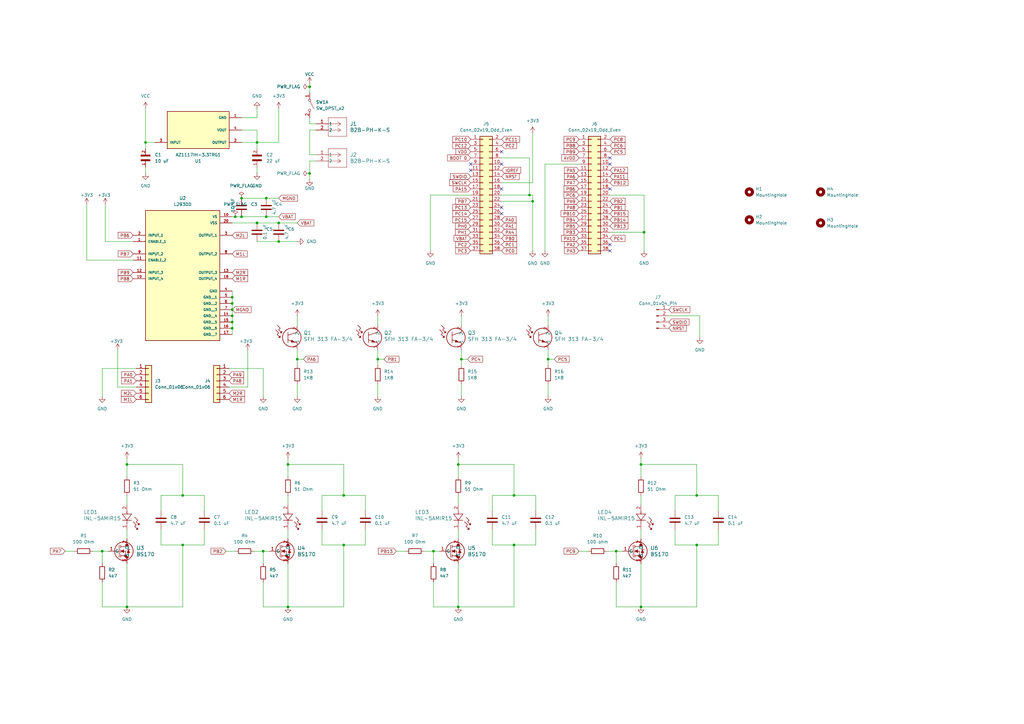
<source format=kicad_sch>
(kicad_sch (version 20231120) (generator "eeschema") (generator_version "8.0")
  (paper "A3")
  (junction (at 252.73 226.06))
  (junction (at 105.41 91.44))
  (junction (at 74.93 203.2))
  (junction (at 121.92 147.32))
  (junction (at 95.25 127))
  (junction (at 262.89 190.5))
  (junction (at 140.97 203.2))
  (junction (at 114.3 99.06))
  (junction (at 52.07 248.92))
  (junction (at 99.06 81.28))
  (junction (at 118.11 190.5))
  (junction (at 189.23 147.32))
  (junction (at 218.44 82.55))
  (junction (at 285.75 203.2))
  (junction (at 127 71.12))
  (junction (at 109.22 88.9))
  (junction (at 95.25 129.54))
  (junction (at 95.25 124.46))
  (junction (at 217.17 80.01))
  (junction (at 59.69 58.42))
  (junction (at 107.95 226.06))
  (junction (at 285.75 223.52))
  (junction (at 114.3 91.44))
  (junction (at 105.41 58.42))
  (junction (at 140.97 223.52))
  (junction (at 127 35.56))
  (junction (at 109.22 81.28))
  (junction (at 262.89 248.92))
  (junction (at 210.82 223.52))
  (junction (at 95.25 121.92))
  (junction (at 74.93 223.52))
  (junction (at 187.96 190.5))
  (junction (at 41.91 226.06))
  (junction (at 224.79 147.32))
  (junction (at 95.25 132.08))
  (junction (at 95.25 134.62))
  (junction (at 177.8 226.06))
  (junction (at 96.52 88.9))
  (junction (at 118.11 248.92))
  (junction (at 264.16 95.25))
  (junction (at 154.94 147.32))
  (junction (at 99.06 88.9))
  (junction (at 210.82 203.2))
  (junction (at 187.96 248.92))
  (junction (at 52.07 190.5))
  (no_connect (at 205.74 85.09))
  (no_connect (at 250.19 64.77))
  (no_connect (at 250.19 77.47))
  (no_connect (at 193.04 69.85))
  (no_connect (at 205.74 62.23))
  (no_connect (at 250.19 102.87))
  (no_connect (at 205.74 67.31))
  (no_connect (at 250.19 67.31))
  (no_connect (at 205.74 87.63))
  (no_connect (at 250.19 100.33))
  (no_connect (at 193.04 67.31))
  (no_connect (at 205.74 77.47))
  (wire (pts (xy 132.08 223.52) (xy 140.97 223.52)))
  (wire (pts (xy 285.75 203.2) (xy 294.64 203.2)))
  (wire (pts (xy 177.8 248.92) (xy 187.96 248.92)))
  (wire (pts (xy 52.07 248.92) (xy 74.93 248.92)))
  (wire (pts (xy 287.02 129.54) (xy 287.02 138.43)))
  (wire (pts (xy 105.41 99.06) (xy 114.3 99.06)))
  (wire (pts (xy 127 35.56) (xy 127 38.1)))
  (wire (pts (xy 187.96 248.92) (xy 210.82 248.92)))
  (wire (pts (xy 66.04 217.17) (xy 66.04 223.52)))
  (wire (pts (xy 177.8 226.06) (xy 177.8 231.14)))
  (wire (pts (xy 107.95 226.06) (xy 110.49 226.06)))
  (wire (pts (xy 285.75 203.2) (xy 276.86 203.2)))
  (wire (pts (xy 252.73 238.76) (xy 252.73 248.92)))
  (wire (pts (xy 205.74 82.55) (xy 218.44 82.55)))
  (wire (pts (xy 38.1 226.06) (xy 41.91 226.06)))
  (wire (pts (xy 129.54 66.04) (xy 127 66.04)))
  (wire (pts (xy 95.25 132.08) (xy 95.25 134.62)))
  (wire (pts (xy 107.95 226.06) (xy 107.95 231.14)))
  (wire (pts (xy 59.69 58.42) (xy 59.69 60.96)))
  (wire (pts (xy 140.97 203.2) (xy 132.08 203.2)))
  (wire (pts (xy 262.89 195.58) (xy 262.89 190.5)))
  (wire (pts (xy 105.41 53.34) (xy 105.41 58.42)))
  (wire (pts (xy 285.75 223.52) (xy 285.75 248.92)))
  (wire (pts (xy 52.07 187.96) (xy 52.07 190.5)))
  (wire (pts (xy 95.25 124.46) (xy 95.25 127)))
  (wire (pts (xy 41.91 151.13) (xy 41.91 162.56)))
  (wire (pts (xy 55.88 151.13) (xy 41.91 151.13)))
  (wire (pts (xy 59.69 71.12) (xy 59.69 68.58)))
  (wire (pts (xy 52.07 203.2) (xy 52.07 207.01)))
  (wire (pts (xy 95.25 119.38) (xy 95.25 121.92)))
  (wire (pts (xy 262.89 190.5) (xy 285.75 190.5)))
  (wire (pts (xy 95.25 121.92) (xy 95.25 124.46)))
  (wire (pts (xy 205.74 64.77) (xy 217.17 64.77)))
  (wire (pts (xy 54.61 99.06) (xy 43.18 99.06)))
  (wire (pts (xy 114.3 44.45) (xy 114.3 58.42)))
  (wire (pts (xy 252.73 226.06) (xy 255.27 226.06)))
  (wire (pts (xy 104.14 226.06) (xy 107.95 226.06)))
  (wire (pts (xy 189.23 143.51) (xy 189.23 147.32)))
  (wire (pts (xy 121.92 147.32) (xy 121.92 149.86)))
  (wire (pts (xy 224.79 143.51) (xy 224.79 147.32)))
  (wire (pts (xy 127 66.04) (xy 127 71.12)))
  (wire (pts (xy 140.97 190.5) (xy 140.97 203.2)))
  (wire (pts (xy 129.54 53.34) (xy 127 53.34)))
  (wire (pts (xy 63.5 58.42) (xy 59.69 58.42)))
  (wire (pts (xy 219.71 203.2) (xy 219.71 209.55)))
  (wire (pts (xy 66.04 223.52) (xy 74.93 223.52)))
  (wire (pts (xy 210.82 190.5) (xy 210.82 203.2)))
  (wire (pts (xy 218.44 54.61) (xy 218.44 74.93)))
  (wire (pts (xy 121.92 129.54) (xy 121.92 133.35)))
  (wire (pts (xy 224.79 129.54) (xy 224.79 133.35)))
  (wire (pts (xy 210.82 203.2) (xy 201.93 203.2)))
  (wire (pts (xy 218.44 82.55) (xy 218.44 102.87)))
  (wire (pts (xy 154.94 147.32) (xy 154.94 149.86)))
  (wire (pts (xy 95.25 127) (xy 95.25 129.54)))
  (wire (pts (xy 264.16 95.25) (xy 264.16 102.87)))
  (wire (pts (xy 95.25 134.62) (xy 95.25 137.16)))
  (wire (pts (xy 162.56 226.06) (xy 166.37 226.06)))
  (wire (pts (xy 219.71 217.17) (xy 219.71 223.52)))
  (wire (pts (xy 83.82 217.17) (xy 83.82 223.52)))
  (wire (pts (xy 105.41 58.42) (xy 105.41 60.96)))
  (wire (pts (xy 248.92 226.06) (xy 252.73 226.06)))
  (wire (pts (xy 129.54 50.8) (xy 127 50.8)))
  (wire (pts (xy 187.96 217.17) (xy 187.96 220.98)))
  (wire (pts (xy 173.99 226.06) (xy 177.8 226.06)))
  (wire (pts (xy 187.96 231.14) (xy 187.96 248.92)))
  (wire (pts (xy 189.23 147.32) (xy 189.23 149.86)))
  (wire (pts (xy 224.79 157.48) (xy 224.79 162.56)))
  (wire (pts (xy 93.98 158.75) (xy 101.6 158.75)))
  (wire (pts (xy 54.61 106.68) (xy 35.56 106.68)))
  (wire (pts (xy 127 63.5) (xy 129.54 63.5)))
  (wire (pts (xy 276.86 217.17) (xy 276.86 223.52)))
  (wire (pts (xy 118.11 203.2) (xy 118.11 207.01)))
  (wire (pts (xy 294.64 203.2) (xy 294.64 209.55)))
  (wire (pts (xy 41.91 226.06) (xy 41.91 231.14)))
  (wire (pts (xy 121.92 143.51) (xy 121.92 147.32)))
  (wire (pts (xy 121.92 147.32) (xy 124.46 147.32)))
  (wire (pts (xy 95.25 129.54) (xy 95.25 132.08)))
  (wire (pts (xy 217.17 80.01) (xy 218.44 80.01)))
  (wire (pts (xy 127 34.29) (xy 127 35.56)))
  (wire (pts (xy 264.16 80.01) (xy 264.16 95.25)))
  (wire (pts (xy 218.44 80.01) (xy 218.44 82.55)))
  (wire (pts (xy 99.06 58.42) (xy 105.41 58.42)))
  (wire (pts (xy 187.96 203.2) (xy 187.96 207.01)))
  (wire (pts (xy 109.22 81.28) (xy 114.3 81.28)))
  (wire (pts (xy 132.08 217.17) (xy 132.08 223.52)))
  (wire (pts (xy 41.91 226.06) (xy 44.45 226.06)))
  (wire (pts (xy 26.67 226.06) (xy 30.48 226.06)))
  (wire (pts (xy 210.82 223.52) (xy 210.82 248.92)))
  (wire (pts (xy 99.06 48.26) (xy 105.41 48.26)))
  (wire (pts (xy 114.3 99.06) (xy 121.92 99.06)))
  (wire (pts (xy 262.89 217.17) (xy 262.89 220.98)))
  (wire (pts (xy 107.95 238.76) (xy 107.95 248.92)))
  (wire (pts (xy 127 71.12) (xy 127 73.66)))
  (wire (pts (xy 43.18 83.82) (xy 43.18 99.06)))
  (wire (pts (xy 41.91 238.76) (xy 41.91 248.92)))
  (wire (pts (xy 99.06 88.9) (xy 109.22 88.9)))
  (wire (pts (xy 294.64 217.17) (xy 294.64 223.52)))
  (wire (pts (xy 35.56 83.82) (xy 35.56 106.68)))
  (wire (pts (xy 177.8 226.06) (xy 180.34 226.06)))
  (wire (pts (xy 55.88 158.75) (xy 48.26 158.75)))
  (wire (pts (xy 93.98 151.13) (xy 107.95 151.13)))
  (wire (pts (xy 187.96 187.96) (xy 187.96 190.5)))
  (wire (pts (xy 252.73 248.92) (xy 262.89 248.92)))
  (wire (pts (xy 154.94 147.32) (xy 157.48 147.32)))
  (wire (pts (xy 127 48.26) (xy 127 50.8)))
  (wire (pts (xy 189.23 147.32) (xy 191.77 147.32)))
  (wire (pts (xy 285.75 223.52) (xy 294.64 223.52)))
  (wire (pts (xy 74.93 203.2) (xy 83.82 203.2)))
  (wire (pts (xy 187.96 190.5) (xy 210.82 190.5)))
  (wire (pts (xy 237.49 67.31) (xy 223.52 67.31)))
  (wire (pts (xy 149.86 203.2) (xy 149.86 209.55)))
  (wire (pts (xy 74.93 223.52) (xy 83.82 223.52)))
  (wire (pts (xy 74.93 223.52) (xy 74.93 248.92)))
  (wire (pts (xy 105.41 91.44) (xy 114.3 91.44)))
  (wire (pts (xy 223.52 67.31) (xy 223.52 102.87)))
  (wire (pts (xy 210.82 203.2) (xy 219.71 203.2)))
  (wire (pts (xy 118.11 231.14) (xy 118.11 248.92)))
  (wire (pts (xy 101.6 143.51) (xy 101.6 158.75)))
  (wire (pts (xy 140.97 223.52) (xy 149.86 223.52)))
  (wire (pts (xy 262.89 248.92) (xy 285.75 248.92)))
  (wire (pts (xy 187.96 195.58) (xy 187.96 190.5)))
  (wire (pts (xy 224.79 147.32) (xy 227.33 147.32)))
  (wire (pts (xy 95.25 88.9) (xy 96.52 88.9)))
  (wire (pts (xy 83.82 203.2) (xy 83.82 209.55)))
  (wire (pts (xy 193.04 80.01) (xy 176.53 80.01)))
  (wire (pts (xy 52.07 195.58) (xy 52.07 190.5)))
  (wire (pts (xy 276.86 203.2) (xy 276.86 209.55)))
  (wire (pts (xy 118.11 195.58) (xy 118.11 190.5)))
  (wire (pts (xy 52.07 217.17) (xy 52.07 220.98)))
  (wire (pts (xy 177.8 238.76) (xy 177.8 248.92)))
  (wire (pts (xy 210.82 223.52) (xy 219.71 223.52)))
  (wire (pts (xy 132.08 203.2) (xy 132.08 209.55)))
  (wire (pts (xy 285.75 190.5) (xy 285.75 203.2)))
  (wire (pts (xy 114.3 91.44) (xy 121.92 91.44)))
  (wire (pts (xy 59.69 44.45) (xy 59.69 58.42)))
  (wire (pts (xy 176.53 80.01) (xy 176.53 102.87)))
  (wire (pts (xy 99.06 53.34) (xy 105.41 53.34)))
  (wire (pts (xy 121.92 157.48) (xy 121.92 162.56)))
  (wire (pts (xy 205.74 74.93) (xy 218.44 74.93)))
  (wire (pts (xy 201.93 203.2) (xy 201.93 209.55)))
  (wire (pts (xy 140.97 223.52) (xy 140.97 248.92)))
  (wire (pts (xy 41.91 248.92) (xy 52.07 248.92)))
  (wire (pts (xy 99.06 81.28) (xy 109.22 81.28)))
  (wire (pts (xy 105.41 44.45) (xy 105.41 48.26)))
  (wire (pts (xy 262.89 187.96) (xy 262.89 190.5)))
  (wire (pts (xy 250.19 95.25) (xy 264.16 95.25)))
  (wire (pts (xy 105.41 68.58) (xy 105.41 71.12)))
  (wire (pts (xy 48.26 143.51) (xy 48.26 158.75)))
  (wire (pts (xy 274.32 129.54) (xy 287.02 129.54)))
  (wire (pts (xy 189.23 157.48) (xy 189.23 162.56)))
  (wire (pts (xy 140.97 203.2) (xy 149.86 203.2)))
  (wire (pts (xy 118.11 190.5) (xy 140.97 190.5)))
  (wire (pts (xy 96.52 88.9) (xy 99.06 88.9)))
  (wire (pts (xy 217.17 64.77) (xy 217.17 80.01)))
  (wire (pts (xy 154.94 143.51) (xy 154.94 147.32)))
  (wire (pts (xy 237.49 226.06) (xy 241.3 226.06)))
  (wire (pts (xy 107.95 151.13) (xy 107.95 162.56)))
  (wire (pts (xy 118.11 187.96) (xy 118.11 190.5)))
  (wire (pts (xy 52.07 231.14) (xy 52.07 248.92)))
  (wire (pts (xy 205.74 80.01) (xy 217.17 80.01)))
  (wire (pts (xy 276.86 223.52) (xy 285.75 223.52)))
  (wire (pts (xy 127 53.34) (xy 127 63.5)))
  (wire (pts (xy 118.11 217.17) (xy 118.11 220.98)))
  (wire (pts (xy 118.11 248.92) (xy 140.97 248.92)))
  (wire (pts (xy 105.41 58.42) (xy 114.3 58.42)))
  (wire (pts (xy 52.07 190.5) (xy 74.93 190.5)))
  (wire (pts (xy 262.89 203.2) (xy 262.89 207.01)))
  (wire (pts (xy 95.25 91.44) (xy 105.41 91.44)))
  (wire (pts (xy 250.19 80.01) (xy 264.16 80.01)))
  (wire (pts (xy 189.23 129.54) (xy 189.23 133.35)))
  (wire (pts (xy 74.93 203.2) (xy 66.04 203.2)))
  (wire (pts (xy 149.86 217.17) (xy 149.86 223.52)))
  (wire (pts (xy 74.93 190.5) (xy 74.93 203.2)))
  (wire (pts (xy 201.93 223.52) (xy 210.82 223.52)))
  (wire (pts (xy 66.04 203.2) (xy 66.04 209.55)))
  (wire (pts (xy 92.71 226.06) (xy 96.52 226.06)))
  (wire (pts (xy 109.22 88.9) (xy 114.3 88.9)))
  (wire (pts (xy 252.73 226.06) (xy 252.73 231.14)))
  (wire (pts (xy 262.89 231.14) (xy 262.89 248.92)))
  (wire (pts (xy 201.93 217.17) (xy 201.93 223.52)))
  (wire (pts (xy 224.79 147.32) (xy 224.79 149.86)))
  (wire (pts (xy 154.94 157.48) (xy 154.94 162.56)))
  (wire (pts (xy 107.95 248.92) (xy 118.11 248.92)))
  (wire (pts (xy 154.94 129.54) (xy 154.94 133.35)))
  (global_label "PC13" (shape input) (at 193.04 85.09 180) (property "Intersheetrefs" "${INTERSHEET_REFS}" (effects (hide yes))))
  (global_label "PC2" (shape input) (at 205.74 59.69 0) (property "Intersheetrefs" "${INTERSHEET_REFS}" (effects (hide yes))))
  (global_label "VBAT" (shape input) (at 193.04 97.79 180) (property "Intersheetrefs" "${INTERSHEET_REFS}" (effects (hide yes))))
  (global_label "PA4" (shape input) (at 205.74 95.25 0) (property "Intersheetrefs" "${INTERSHEET_REFS}" (effects (hide yes))))
  (global_label "PB4" (shape input) (at 237.49 90.17 180) (property "Intersheetrefs" "${INTERSHEET_REFS}" (effects (hide yes))))
  (global_label "M1L" (shape input) (at 55.88 163.83 180) (property "Intersheetrefs" "${INTERSHEET_REFS}" (effects (hide yes))))
  (global_label "NRST" (shape input) (at 205.74 72.39 0) (property "Intersheetrefs" "${INTERSHEET_REFS}" (effects (hide yes))))
  (global_label "PA2" (shape input) (at 237.49 100.33 180) (property "Intersheetrefs" "${INTERSHEET_REFS}" (effects (hide yes))))
  (global_label "PC6" (shape input) (at 250.19 59.69 0) (property "Intersheetrefs" "${INTERSHEET_REFS}" (effects (hide yes))))
  (global_label "PB14" (shape input) (at 250.19 90.17 0) (property "Intersheetrefs" "${INTERSHEET_REFS}" (effects (hide yes))))
  (global_label "PB5" (shape input) (at 237.49 92.71 180) (property "Intersheetrefs" "${INTERSHEET_REFS}" (effects (hide yes))))
  (global_label "PB13" (shape input) (at 162.56 226.06 180) (property "Intersheetrefs" "${INTERSHEET_REFS}" (effects (hide yes))))
  (global_label "PA10" (shape input) (at 237.49 97.79 180) (property "Intersheetrefs" "${INTERSHEET_REFS}" (effects (hide yes))))
  (global_label "PA7" (shape input) (at 237.49 74.93 180) (property "Intersheetrefs" "${INTERSHEET_REFS}" (effects (hide yes))))
  (global_label "PC2" (shape input) (at 193.04 100.33 180) (property "Intersheetrefs" "${INTERSHEET_REFS}" (effects (hide yes))))
  (global_label "PB2" (shape input) (at 250.19 82.55 0) (property "Intersheetrefs" "${INTERSHEET_REFS}" (effects (hide yes))))
  (global_label "PC1" (shape input) (at 205.74 100.33 0) (property "Intersheetrefs" "${INTERSHEET_REFS}" (effects (hide yes))))
  (global_label "PC9" (shape input) (at 237.49 226.06 180) (property "Intersheetrefs" "${INTERSHEET_REFS}" (effects (hide yes))))
  (global_label "PB0" (shape input) (at 205.74 97.79 0) (property "Intersheetrefs" "${INTERSHEET_REFS}" (effects (hide yes))))
  (global_label "M1R" (shape input) (at 93.98 163.83 0) (property "Intersheetrefs" "${INTERSHEET_REFS}" (effects (hide yes))))
  (global_label "PA0" (shape input) (at 205.74 90.17 0) (property "Intersheetrefs" "${INTERSHEET_REFS}" (effects (hide yes))))
  (global_label "PC4" (shape input) (at 191.77 147.32 0) (property "Intersheetrefs" "${INTERSHEET_REFS}" (effects (hide yes))))
  (global_label "PA0" (shape input) (at 55.88 153.67 180) (property "Intersheetrefs" "${INTERSHEET_REFS}" (effects (hide yes))))
  (global_label "VBAT" (shape input) (at 121.92 91.44 0) (property "Intersheetrefs" "${INTERSHEET_REFS}" (effects (hide yes))))
  (global_label "PB1" (shape input) (at 157.48 147.32 0) (property "Intersheetrefs" "${INTERSHEET_REFS}" (effects (hide yes))))
  (global_label "PC4" (shape input) (at 250.19 97.79 0) (property "Intersheetrefs" "${INTERSHEET_REFS}" (effects (hide yes))))
  (global_label "PA8" (shape input) (at 237.49 85.09 180) (property "Intersheetrefs" "${INTERSHEET_REFS}" (effects (hide yes))))
  (global_label "PC14" (shape input) (at 193.04 87.63 180) (property "Intersheetrefs" "${INTERSHEET_REFS}" (effects (hide yes))))
  (global_label "M2R" (shape input) (at 95.25 111.76 0) (property "Intersheetrefs" "${INTERSHEET_REFS}" (effects (hide yes))))
  (global_label "PA1" (shape input) (at 205.74 92.71 0) (property "Intersheetrefs" "${INTERSHEET_REFS}" (effects (hide yes))))
  (global_label "PB13" (shape input) (at 250.19 92.71 0) (property "Intersheetrefs" "${INTERSHEET_REFS}" (effects (hide yes))))
  (global_label "PA6" (shape input) (at 237.49 72.39 180) (property "Intersheetrefs" "${INTERSHEET_REFS}" (effects (hide yes))))
  (global_label "PA11" (shape input) (at 250.19 72.39 0) (property "Intersheetrefs" "${INTERSHEET_REFS}" (effects (hide yes))))
  (global_label "PB7" (shape input) (at 193.04 82.55 180) (property "Intersheetrefs" "${INTERSHEET_REFS}" (effects (hide yes))))
  (global_label "PH1" (shape input) (at 193.04 95.25 180) (property "Intersheetrefs" "${INTERSHEET_REFS}" (effects (hide yes))))
  (global_label "PB6" (shape input) (at 237.49 77.47 180) (property "Intersheetrefs" "${INTERSHEET_REFS}" (effects (hide yes))))
  (global_label "AVDD" (shape input) (at 237.49 64.77 180) (property "Intersheetrefs" "${INTERSHEET_REFS}" (effects (hide yes))))
  (global_label "SWCLK" (shape input) (at 274.32 127 0) (property "Intersheetrefs" "${INTERSHEET_REFS}" (effects (hide yes))))
  (global_label "PB6" (shape input) (at 54.61 96.52 180) (property "Intersheetrefs" "${INTERSHEET_REFS}" (effects (hide yes))))
  (global_label "PA1" (shape input) (at 55.88 156.21 180) (property "Intersheetrefs" "${INTERSHEET_REFS}" (effects (hide yes))))
  (global_label "PB7" (shape input) (at 54.61 104.14 180) (property "Intersheetrefs" "${INTERSHEET_REFS}" (effects (hide yes))))
  (global_label "PB3" (shape input) (at 237.49 95.25 180) (property "Intersheetrefs" "${INTERSHEET_REFS}" (effects (hide yes))))
  (global_label "PB8" (shape input) (at 237.49 59.69 180) (property "Intersheetrefs" "${INTERSHEET_REFS}" (effects (hide yes))))
  (global_label "PB1" (shape input) (at 250.19 85.09 0) (property "Intersheetrefs" "${INTERSHEET_REFS}" (effects (hide yes))))
  (global_label "PA9" (shape input) (at 237.49 82.55 180) (property "Intersheetrefs" "${INTERSHEET_REFS}" (effects (hide yes))))
  (global_label "PC8" (shape input) (at 250.19 57.15 0) (property "Intersheetrefs" "${INTERSHEET_REFS}" (effects (hide yes))))
  (global_label "PC3" (shape input) (at 193.04 102.87 180) (property "Intersheetrefs" "${INTERSHEET_REFS}" (effects (hide yes))))
  (global_label "PC0" (shape input) (at 205.74 102.87 0) (property "Intersheetrefs" "${INTERSHEET_REFS}" (effects (hide yes))))
  (global_label "PC5" (shape input) (at 227.33 147.32 0) (property "Intersheetrefs" "${INTERSHEET_REFS}" (effects (hide yes))))
  (global_label "NRST" (shape input) (at 274.32 134.62 0) (property "Intersheetrefs" "${INTERSHEET_REFS}" (effects (hide yes))))
  (global_label "PA12" (shape input) (at 250.19 69.85 0) (property "Intersheetrefs" "${INTERSHEET_REFS}" (effects (hide yes))))
  (global_label "PB9" (shape input) (at 237.49 62.23 180) (property "Intersheetrefs" "${INTERSHEET_REFS}" (effects (hide yes))))
  (global_label "PB9" (shape input) (at 54.61 111.76 180) (property "Intersheetrefs" "${INTERSHEET_REFS}" (effects (hide yes))))
  (global_label "SWDIO" (shape input) (at 274.32 132.08 0) (property "Intersheetrefs" "${INTERSHEET_REFS}" (effects (hide yes))))
  (global_label "M2R" (shape input) (at 93.98 161.29 0) (property "Intersheetrefs" "${INTERSHEET_REFS}" (effects (hide yes))))
  (global_label "SWDIO" (shape input) (at 193.04 72.39 180) (property "Intersheetrefs" "${INTERSHEET_REFS}" (effects (hide yes))))
  (global_label "PA6" (shape input) (at 124.46 147.32 0) (property "Intersheetrefs" "${INTERSHEET_REFS}" (effects (hide yes))))
  (global_label "PC11" (shape input) (at 205.74 57.15 0) (property "Intersheetrefs" "${INTERSHEET_REFS}" (effects (hide yes))))
  (global_label "PA8" (shape input) (at 93.98 156.21 0) (property "Intersheetrefs" "${INTERSHEET_REFS}" (effects (hide yes))))
  (global_label "M1L" (shape input) (at 95.25 104.14 0) (property "Intersheetrefs" "${INTERSHEET_REFS}" (effects (hide yes))))
  (global_label "M2L" (shape input) (at 55.88 161.29 180) (property "Intersheetrefs" "${INTERSHEET_REFS}" (effects (hide yes))))
  (global_label "PA3" (shape input) (at 237.49 102.87 180) (property "Intersheetrefs" "${INTERSHEET_REFS}" (effects (hide yes))))
  (global_label "PC15" (shape input) (at 193.04 90.17 180) (property "Intersheetrefs" "${INTERSHEET_REFS}" (effects (hide yes))))
  (global_label "BOOT 0" (shape input) (at 193.04 64.77 180) (property "Intersheetrefs" "${INTERSHEET_REFS}" (effects (hide yes))))
  (global_label "MGND" (shape input) (at 114.3 81.28 0) (property "Intersheetrefs" "${INTERSHEET_REFS}" (effects (hide yes))))
  (global_label "PB2" (shape input) (at 92.71 226.06 180) (property "Intersheetrefs" "${INTERSHEET_REFS}" (effects (hide yes))))
  (global_label "M2L" (shape input) (at 95.25 96.52 0) (property "Intersheetrefs" "${INTERSHEET_REFS}" (effects (hide yes))))
  (global_label "PC6" (shape input) (at 237.49 80.01 180) (property "Intersheetrefs" "${INTERSHEET_REFS}" (effects (hide yes))))
  (global_label "PC10" (shape input) (at 193.04 57.15 180) (property "Intersheetrefs" "${INTERSHEET_REFS}" (effects (hide yes))))
  (global_label "PA9" (shape input) (at 93.98 153.67 0) (property "Intersheetrefs" "${INTERSHEET_REFS}" (effects (hide yes))))
  (global_label "VDD" (shape input) (at 193.04 62.23 180) (property "Intersheetrefs" "${INTERSHEET_REFS}" (effects (hide yes))))
  (global_label "PC5" (shape input) (at 250.19 62.23 0) (property "Intersheetrefs" "${INTERSHEET_REFS}" (effects (hide yes))))
  (global_label "PA5" (shape input) (at 237.49 69.85 180) (property "Intersheetrefs" "${INTERSHEET_REFS}" (effects (hide yes))))
  (global_label "PC9" (shape input) (at 237.49 57.15 180) (property "Intersheetrefs" "${INTERSHEET_REFS}" (effects (hide yes))))
  (global_label "SWCLK" (shape input) (at 193.04 74.93 180) (property "Intersheetrefs" "${INTERSHEET_REFS}" (effects (hide yes))))
  (global_label "PB10" (shape input) (at 237.49 87.63 180) (property "Intersheetrefs" "${INTERSHEET_REFS}" (effects (hide yes))))
  (global_label "VBAT" (shape input) (at 114.3 88.9 0) (property "Intersheetrefs" "${INTERSHEET_REFS}" (effects (hide yes))))
  (global_label "PH0" (shape input) (at 193.04 92.71 180) (property "Intersheetrefs" "${INTERSHEET_REFS}" (effects (hide yes))))
  (global_label "PA7" (shape input) (at 26.67 226.06 180) (property "Intersheetrefs" "${INTERSHEET_REFS}" (effects (hide yes))))
  (global_label "M1R" (shape input) (at 95.25 114.3 0) (property "Intersheetrefs" "${INTERSHEET_REFS}" (effects (hide yes))))
  (global_label "PB8" (shape input) (at 54.61 114.3 180) (property "Intersheetrefs" "${INTERSHEET_REFS}" (effects (hide yes))))
  (global_label "MGND" (shape input) (at 95.25 127 0) (property "Intersheetrefs" "${INTERSHEET_REFS}" (effects (hide yes))))
  (global_label "PA15" (shape input) (at 193.04 77.47 180) (property "Intersheetrefs" "${INTERSHEET_REFS}" (effects (hide yes))))
  (global_label "PB15" (shape input) (at 250.19 87.63 0) (property "Intersheetrefs" "${INTERSHEET_REFS}" (effects (hide yes))))
  (global_label "IOREF" (shape input) (at 205.74 69.85 0) (property "Intersheetrefs" "${INTERSHEET_REFS}" (effects (hide yes))))
  (global_label "PB12" (shape input) (at 250.19 74.93 0) (property "Intersheetrefs" "${INTERSHEET_REFS}" (effects (hide yes))))
  (global_label "PC12" (shape input) (at 193.04 59.69 180) (property "Intersheetrefs" "${INTERSHEET_REFS}" (effects (hide yes))))
  (symbol (lib_id "power:PWR_FLAG") (at 96.52 88.9 0) (unit 1)
    (property "Reference" "#FLG04" (effects (hide yes)))
    (property "Value" "PWR_FLAG" (at 96.52 83.82 0))
    (property "Description" "Special symbol for telling ERC where power comes from" (effects (hide yes)))
  )
  (symbol (lib_id "2024-11-16_14-20-06:INL-5AMIR15") (at 262.89 207.01 270) (unit 1)
    (property "Reference" "LED4" (at 245.11 210.058 90) (effects (font (size 1.524 1.524)) (justify left)))
    (property "Value" "INL-5AMIR15" (at 245.11 212.598 90) (effects (font (size 1.524 1.524)) (justify left)))
    (property "Footprint" "INL_5AMIR15:LED_INL-5AMIR15_INO" (effects (hide yes)))
    (property "Datasheet" "INL-5AMIR15" (effects (hide yes)))
  )
  (symbol (lib_id "power:PWR_FLAG") (at 127 35.56 90) (unit 1)
    (property "Reference" "#FLG02" (effects (hide yes)))
    (property "Value" "PWR_FLAG" (at 123.19 35.5599 90) (effects (justify left)))
    (property "Description" "Special symbol for telling ERC where power comes from" (effects (hide yes)))
  )
  (symbol (lib_id "2024-11-07_11-52-03:SFH_313_FA-3_4") (at 224.79 133.35 0) (unit 1)
    (property "Reference" "Q4" (at 227.33 136.5376 0) (effects (font (size 1.524 1.524)) (justify left)))
    (property "Value" "SFH 313 FA-3/4" (at 227.33 139.0776 0) (effects (font (size 1.524 1.524)) (justify left)))
    (property "Footprint" "SFH_313_FA_3_4:SFH 313 FA-3&slash_4_OSR" (effects (hide yes)))
    (property "Datasheet" "SFH 313 FA-3/4" (effects (hide yes)))
  )
  (symbol (lib_id "Mechanical:MountingHole") (at 336.55 78.74 0) (unit 1) (exclude_from_sim yes) (in_bom no)
    (property "Reference" "H4" (at 339.09 77.4699 0) (effects (justify left)))
    (property "Value" "MountingHole" (at 339.09 80.0099 0) (effects (justify left)))
    (property "Description" "Mounting Hole without connection" (effects (hide yes)))
  )
  (symbol (lib_id "Device:R") (at 187.96 199.39 0) (unit 1)
    (property "Reference" "R9" (at 190.5 198.1199 0) (effects (justify left)))
    (property "Value" "51 Ohm" (at 190.5 200.6599 0) (effects (justify left)))
    (property "Footprint" "Resistor_SMD:R_0805_2012Metric" (effects (hide yes)))
    (property "Description" "Resistor" (effects (hide yes)))
  )
  (symbol (lib_id "Device:C") (at 99.06 85.09 0) (unit 1)
    (property "Reference" "C3" (at 102.87 83.8199 0) (effects (justify left)))
    (property "Value" "10 uF" (at 95.504 87.122 90) (effects (justify left)))
    (property "Footprint" "Capacitor_SMD:C_0805_2012Metric" (effects (hide yes)))
    (property "Description" "Unpolarized capacitor" (effects (hide yes)))
  )
  (symbol (lib_id "power:GND") (at 127 73.66 0) (unit 1)
    (property "Reference" "#PWR01" (effects (hide yes)))
    (property "Value" "GND" (at 127 77.216 0))
    (property "Description" "Power symbol creates a global label with name \"GND\" , ground" (effects (hide yes)))
  )
  (symbol (lib_id "power:VCC") (at 127 34.29 0) (unit 1)
    (property "Reference" "#PWR02" (effects (hide yes)))
    (property "Value" "VCC" (at 127 30.48 0))
    (property "Description" "Power symbol creates a global label with name \"VCC\"" (effects (hide yes)))
  )
  (symbol (lib_id "power:+3V3") (at 114.3 44.45 0) (unit 1)
    (property "Reference" "#PWR07" (effects (hide yes)))
    (property "Value" "+3V3" (at 114.3 39.37 0))
    (property "Description" "Power symbol creates a global label with name \"+3V3\"" (effects (hide yes)))
  )
  (symbol (lib_id "power:+3V3") (at 52.07 187.96 0) (unit 1)
    (property "Reference" "#PWR016" (effects (hide yes)))
    (property "Value" "+3V3" (at 52.07 182.88 0))
    (property "Description" "Power symbol creates a global label with name \"+3V3\"" (effects (hide yes)))
  )
  (symbol (lib_id "power:GND") (at 287.02 138.43 0) (unit 1)
    (property "Reference" "#PWR036" (effects (hide yes)))
    (property "Value" "GND" (at 287.02 143.51 0))
    (property "Description" "Power symbol creates a global label with name \"GND\" , ground" (effects (hide yes)))
  )
  (symbol (lib_id "2024-11-07_11-52-03:SFH_313_FA-3_4") (at 189.23 133.35 0) (unit 1)
    (property "Reference" "Q3" (at 191.77 136.5376 0) (effects (font (size 1.524 1.524)) (justify left)))
    (property "Value" "SFH 313 FA-3/4" (at 191.77 139.0776 0) (effects (font (size 1.524 1.524)) (justify left)))
    (property "Footprint" "SFH_313_FA_3_4:SFH 313 FA-3&slash_4_OSR" (effects (hide yes)))
    (property "Datasheet" "SFH 313 FA-3/4" (effects (hide yes)))
  )
  (symbol (lib_id "Device:R") (at 34.29 226.06 90) (unit 1)
    (property "Reference" "R1" (at 34.29 219.71 90))
    (property "Value" "100 Ohm" (at 34.29 222.25 90))
    (property "Footprint" "Resistor_SMD:R_0805_2012Metric" (effects (hide yes)))
    (property "Description" "Resistor" (effects (hide yes)))
  )
  (symbol (lib_id "power:+3V3") (at 189.23 129.54 0) (unit 1)
    (property "Reference" "#PWR027" (effects (hide yes)))
    (property "Value" "+3V3" (at 189.23 124.46 0))
    (property "Description" "Power symbol creates a global label with name \"+3V3\"" (effects (hide yes)))
  )
  (symbol (lib_id "Device:C") (at 66.04 213.36 0) (unit 1)
    (property "Reference" "C8" (at 69.85 212.0899 0) (effects (justify left)))
    (property "Value" "4.7 uF" (at 69.85 214.6299 0) (effects (justify left)))
    (property "Footprint" "Capacitor_SMD:C_0805_2012Metric" (effects (hide yes)))
    (property "Description" "Unpolarized capacitor" (effects (hide yes)))
  )
  (symbol (lib_id "Device:R") (at 118.11 199.39 0) (unit 1)
    (property "Reference" "R6" (at 120.65 198.1199 0) (effects (justify left)))
    (property "Value" "51 Ohm" (at 120.65 200.6599 0) (effects (justify left)))
    (property "Footprint" "Resistor_SMD:R_0805_2012Metric" (effects (hide yes)))
    (property "Description" "Resistor" (effects (hide yes)))
  )
  (symbol (lib_id "Device:C") (at 294.64 213.36 0) (unit 1)
    (property "Reference" "C14" (at 298.45 212.0899 0) (effects (justify left)))
    (property "Value" "0.1 uF" (at 298.45 214.6299 0) (effects (justify left)))
    (property "Footprint" "Capacitor_SMD:C_0805_2012Metric" (effects (hide yes)))
    (property "Description" "Unpolarized capacitor" (effects (hide yes)))
  )
  (symbol (lib_id "power:+3V3") (at 224.79 129.54 0) (unit 1)
    (property "Reference" "#PWR029" (effects (hide yes)))
    (property "Value" "+3V3" (at 224.79 124.46 0))
    (property "Description" "Power symbol creates a global label with name \"+3V3\"" (effects (hide yes)))
  )
  (symbol (lib_id "Device:C") (at 201.93 213.36 0) (unit 1)
    (property "Reference" "C11" (at 205.74 212.0899 0) (effects (justify left)))
    (property "Value" "4.7 uF" (at 205.74 214.6299 0) (effects (justify left)))
    (property "Footprint" "Capacitor_SMD:C_0805_2012Metric" (effects (hide yes)))
    (property "Description" "Unpolarized capacitor" (effects (hide yes)))
  )
  (symbol (lib_id "power:GND") (at 218.44 102.87 0) (unit 1)
    (property "Reference" "#PWR031" (effects (hide yes)))
    (property "Value" "GND" (at 218.44 107.95 0))
    (property "Description" "Power symbol creates a global label with name \"GND\" , ground" (effects (hide yes)))
  )
  (symbol (lib_id "Device:C") (at 83.82 213.36 0) (unit 1)
    (property "Reference" "C7" (at 87.63 212.0899 0) (effects (justify left)))
    (property "Value" "0.1 uF" (at 87.63 214.6299 0) (effects (justify left)))
    (property "Footprint" "Capacitor_SMD:C_0805_2012Metric" (effects (hide yes)))
    (property "Description" "Unpolarized capacitor" (effects (hide yes)))
  )
  (symbol (lib_id "2024-11-07_12-04-46:BS170") (at 44.45 226.06 0) (unit 1)
    (property "Reference" "U3" (at 55.88 224.7899 0) (effects (font (size 1.524 1.524)) (justify left)))
    (property "Value" "BS170" (at 55.88 227.3299 0) (effects (font (size 1.524 1.524)) (justify left)))
    (property "Footprint" "BS170:TO_SA06_ONS" (effects (hide yes)))
    (property "Datasheet" "BS170" (effects (hide yes)))
  )
  (symbol (lib_id "power:VCC") (at 59.69 44.45 0) (unit 1)
    (property "Reference" "#PWR04" (effects (hide yes)))
    (property "Value" "VCC" (at 59.69 39.37 0))
    (property "Description" "Power symbol creates a global label with name \"VCC\"" (effects (hide yes)))
  )
  (symbol (lib_id "Mechanical:MountingHole") (at 307.34 90.17 0) (unit 1) (exclude_from_sim yes) (in_bom no)
    (property "Reference" "H2" (at 309.88 88.8999 0) (effects (justify left)))
    (property "Value" "MountingHole" (at 309.88 91.4399 0) (effects (justify left)))
    (property "Description" "Mounting Hole without connection" (effects (hide yes)))
  )
  (symbol (lib_id "power:GND") (at 121.92 162.56 0) (unit 1)
    (property "Reference" "#PWR024" (effects (hide yes)))
    (property "Value" "GND" (at 121.92 167.64 0))
    (property "Description" "Power symbol creates a global label with name \"GND\" , ground" (effects (hide yes)))
  )
  (symbol (lib_id "power:+3V3") (at 48.26 143.51 0) (unit 1)
    (property "Reference" "#PWR011" (effects (hide yes)))
    (property "Value" "+3V3" (at 47.752 139.954 0))
    (property "Description" "Power symbol creates a global label with name \"+3V3\"" (effects (hide yes)))
  )
  (symbol (lib_id "2024-11-07_12-04-46:BS170") (at 110.49 226.06 0) (unit 1)
    (property "Reference" "U4" (at 121.92 224.7899 0) (effects (font (size 1.524 1.524)) (justify left)))
    (property "Value" "BS170" (at 121.92 227.3299 0) (effects (font (size 1.524 1.524)) (justify left)))
    (property "Footprint" "BS170:TO_SA06_ONS" (effects (hide yes)))
    (property "Datasheet" "BS170" (effects (hide yes)))
  )
  (symbol (lib_id "power:+3V3") (at 187.96 187.96 0) (unit 1)
    (property "Reference" "#PWR019" (effects (hide yes)))
    (property "Value" "+3V3" (at 187.96 182.88 0))
    (property "Description" "Power symbol creates a global label with name \"+3V3\"" (effects (hide yes)))
  )
  (symbol (lib_id "Device:R") (at 262.89 199.39 0) (unit 1)
    (property "Reference" "R12" (at 265.43 198.1199 0) (effects (justify left)))
    (property "Value" "51 Ohm" (at 265.43 200.6599 0) (effects (justify left)))
    (property "Footprint" "Resistor_SMD:R_0805_2012Metric" (effects (hide yes)))
    (property "Description" "Resistor" (effects (hide yes)))
  )
  (symbol (lib_id "Device:C") (at 109.22 85.09 0) (unit 1)
    (property "Reference" "C4" (at 113.03 83.8199 0) (effects (justify left)))
    (property "Value" "4.7 uF" (at 112.522 88.138 90) (effects (justify left)))
    (property "Footprint" "Capacitor_SMD:C_0805_2012Metric" (effects (hide yes)))
    (property "Description" "Unpolarized capacitor" (effects (hide yes)))
  )
  (symbol (lib_id "power:GND") (at 41.91 162.56 0) (unit 1)
    (property "Reference" "#PWR012" (effects (hide yes)))
    (property "Value" "GND" (at 41.91 167.64 0))
    (property "Description" "Power symbol creates a global label with name \"GND\" , ground" (effects (hide yes)))
  )
  (symbol (lib_id "2024-11-07_12-04-46:BS170") (at 180.34 226.06 0) (unit 1)
    (property "Reference" "U5" (at 191.77 224.7899 0) (effects (font (size 1.524 1.524)) (justify left)))
    (property "Value" "BS170" (at 191.77 227.3299 0) (effects (font (size 1.524 1.524)) (justify left)))
    (property "Footprint" "BS170:TO_SA06_ONS" (effects (hide yes)))
    (property "Datasheet" "BS170" (effects (hide yes)))
  )
  (symbol (lib_id "Device:C") (at 132.08 213.36 0) (unit 1)
    (property "Reference" "C9" (at 135.89 212.0899 0) (effects (justify left)))
    (property "Value" "4.7 uF" (at 135.89 214.6299 0) (effects (justify left)))
    (property "Footprint" "Capacitor_SMD:C_0805_2012Metric" (effects (hide yes)))
    (property "Description" "Unpolarized capacitor" (effects (hide yes)))
  )
  (symbol (lib_id "GRM21BR61C226ME44L:GRM21BR61C226ME44L") (at 105.41 66.04 90) (unit 1)
    (property "Reference" "C2" (at 109.22 63.4999 90) (effects (justify right)))
    (property "Value" "22 uF" (at 109.22 66.0399 90) (effects (justify right)))
    (property "Footprint" "Capacitor_SMD:C_0805_2012Metric" (effects (hide yes)))
  )
  (symbol (lib_id "power:GND") (at 52.07 248.92 0) (unit 1)
    (property "Reference" "#PWR015" (effects (hide yes)))
    (property "Value" "GND" (at 52.07 254 0))
    (property "Description" "Power symbol creates a global label with name \"GND\" , ground" (effects (hide yes)))
  )
  (symbol (lib_id "2024-11-16_14-20-06:INL-5AMIR15") (at 187.96 207.01 270) (unit 1)
    (property "Reference" "LED3" (at 170.18 210.058 90) (effects (font (size 1.524 1.524)) (justify left)))
    (property "Value" "INL-5AMIR15" (at 170.18 212.598 90) (effects (font (size 1.524 1.524)) (justify left)))
    (property "Footprint" "INL_5AMIR15:LED_INL-5AMIR15_INO" (effects (hide yes)))
    (property "Datasheet" "INL-5AMIR15" (effects (hide yes)))
  )
  (symbol (lib_id "Connector_Generic:Conn_02x19_Odd_Even") (at 198.12 80.01 0) (unit 1)
    (property "Reference" "J5" (at 199.39 50.8 0))
    (property "Value" "Conn_02x19_Odd_Even" (at 199.39 53.34 0))
    (property "Footprint" "Connector_PinHeader_2.54mm:PinHeader_2x19_P2.54mm_Vertical" (effects (hide yes)))
    (property "Description" "Generic connector, double row, 02x19, odd/even pin numbering scheme (row 1 odd numbers, row 2 even numbers), script generated (kicad-library-utils/schlib/autogen/connector/)" (effects (hide yes)))
  )
  (symbol (lib_id "power:GND") (at 105.41 44.45 180) (unit 1)
    (property "Reference" "#PWR05" (effects (hide yes)))
    (property "Value" "GND" (at 105.41 39.37 0))
    (property "Description" "Power symbol creates a global label with name \"GND\" , ground" (effects (hide yes)))
  )
  (symbol (lib_name "SFH_313_FA-3_4_1") (lib_id "2024-11-07_11-52-03:SFH_313_FA-3_4") (at 121.92 133.35 0) (unit 1)
    (property "Reference" "Q1" (at 124.46 136.5376 0) (effects (font (size 1.524 1.524)) (justify left)))
    (property "Value" "SFH 313 FA-3/4" (at 124.46 139.0776 0) (effects (font (size 1.524 1.524)) (justify left)))
    (property "Footprint" "SFH_313_FA_3_4:SFH 313 FA-3&slash_4_OSR" (effects (hide yes)))
    (property "Datasheet" "SFH 313 FA-3/4" (effects (hide yes)))
  )
  (symbol (lib_id "2024-09-17_13-28-32:B2B-PH-K-S") (at 129.54 50.8 0) (unit 1)
    (property "Reference" "J1" (at 143.51 50.7999 0) (effects (font (size 1.524 1.524)) (justify left)))
    (property "Value" "B2B-PH-K-S" (at 143.51 53.3399 0) (effects (font (size 1.524 1.524)) (justify left)))
    (property "Footprint" "B2B_PH_K_S:CONN2_B2B-PH-K-S_JST" (effects (hide yes)))
    (property "Datasheet" "B2B-PH-K-S" (effects (hide yes)))
  )
  (symbol (lib_id "Device:R") (at 189.23 153.67 0) (unit 1)
    (property "Reference" "R15" (at 191.77 152.3999 0) (effects (justify left)))
    (property "Value" "1K8" (at 191.77 154.9399 0) (effects (justify left)))
    (property "Footprint" "Resistor_SMD:R_0805_2012Metric" (effects (hide yes)))
    (property "Description" "Resistor" (effects (hide yes)))
  )
  (symbol (lib_id "power:GND") (at 105.41 71.12 0) (unit 1)
    (property "Reference" "#PWR06" (effects (hide yes)))
    (property "Value" "GND" (at 105.41 76.2 0))
    (property "Description" "Power symbol creates a global label with name \"GND\" , ground" (effects (hide yes)))
  )
  (symbol (lib_id "GRM21BR61C106KE15L:GRM21BR61C106KE15L") (at 59.69 66.04 90) (unit 1)
    (property "Reference" "C1" (at 63.5 63.4999 90) (effects (justify right)))
    (property "Value" "10 uF" (at 63.5 66.0399 90) (effects (justify right)))
    (property "Footprint" "Capacitor_SMD:C_0805_2012Metric" (effects (hide yes)))
  )
  (symbol (lib_id "AZ1117IH-3.3TRG1:AZ1117IH-3.3TRG1") (at 81.28 53.34 0) (mirror x) (unit 1)
    (property "Reference" "U1" (at 81.28 66.04 0))
    (property "Value" "AZ1117IH-3.3TRG1" (at 81.28 63.5 0))
    (property "Footprint" "AZ1117IH-3.3TRG1 (1):SOT230P700X185-4N" (effects (hide yes)))
    (property "MF" "Diodes Inc." (effects (hide yes)))
    (property "SNAPEDA_PACKAGE_ID" "6532" (effects (hide yes)))
    (property "MAXIMUM_PACKAGE_HEIGHT" "1.85 mm" (effects (hide yes)))
    (property "Price" "None" (effects (hide yes)))
    (property "Package" "SOT-223 Diodes Inc." (effects (hide yes)))
    (property "Check_prices" "https://www.snapeda.com/parts/AZ1117IH-3.3TRG1/Diodes+Inc./view-part/?ref=eda" (effects (hide yes)))
    (property "STANDARD" "IPC 7351B" (effects (hide yes)))
    (property "PARTREV" "2-2" (effects (hide yes)))
    (property "SnapEDA_Link" "https://www.snapeda.com/parts/AZ1117IH-3.3TRG1/Diodes+Inc./view-part/?ref=snap" (effects (hide yes)))
    (property "MP" "AZ1117IH-3.3TRG1" (effects (hide yes)))
    (property "Purchase-URL" "https://www.snapeda.com/api/url_track_click_mouser/?unipart_id=490259&manufacturer=Diodes Inc.&part_name=AZ1117IH-3.3TRG1&search_term= az1117ih-3.3trg1" (effects (hide yes)))
    (property "Description_1" "\nLinear Voltage Regulator IC Positive Fixed 1 Output 1A SOT-223-3\n" (effects (hide yes)))
    (property "MANUFACTURER" "Diodes Inc." (effects (hide yes)))
    (property "Availability" "In Stock" (effects (hide yes)))
    (property "SNAPEDA_PN" "AZ1117IH-3.3TRG1" (effects (hide yes)))
  )
  (symbol (lib_id "power:GND") (at 176.53 102.87 0) (unit 1)
    (property "Reference" "#PWR032" (effects (hide yes)))
    (property "Value" "GND" (at 176.53 107.95 0))
    (property "Description" "Power symbol creates a global label with name \"GND\" , ground" (effects (hide yes)))
  )
  (symbol (lib_id "Device:C") (at 114.3 95.25 0) (unit 1)
    (property "Reference" "C6" (at 118.11 93.9799 0) (effects (justify left)))
    (property "Value" "4.7 uF" (at 117.602 98.298 90) (effects (justify left)))
    (property "Footprint" "Capacitor_SMD:C_0805_2012Metric" (effects (hide yes)))
    (property "Description" "Unpolarized capacitor" (effects (hide yes)))
  )
  (symbol (lib_id "power:PWR_FLAG") (at 127 71.12 90) (unit 1)
    (property "Reference" "#FLG03" (effects (hide yes)))
    (property "Value" "PWR_FLAG" (at 123.19 71.1199 90) (effects (justify left)))
    (property "Description" "Special symbol for telling ERC where power comes from" (effects (hide yes)))
  )
  (symbol (lib_id "2024-11-07_12-04-46:BS170") (at 255.27 226.06 0) (unit 1)
    (property "Reference" "U6" (at 266.7 224.7899 0) (effects (font (size 1.524 1.524)) (justify left)))
    (property "Value" "BS170" (at 266.7 227.3299 0) (effects (font (size 1.524 1.524)) (justify left)))
    (property "Footprint" "BS170:TO_SA06_ONS" (effects (hide yes)))
    (property "Datasheet" "BS170" (effects (hide yes)))
  )
  (symbol (lib_id "Device:R") (at 154.94 153.67 0) (unit 1)
    (property "Reference" "R14" (at 157.48 152.3999 0) (effects (justify left)))
    (property "Value" "1K8" (at 157.48 154.9399 0) (effects (justify left)))
    (property "Footprint" "Resistor_SMD:R_0805_2012Metric" (effects (hide yes)))
    (property "Description" "Resistor" (effects (hide yes)))
  )
  (symbol (lib_id "Device:R") (at 52.07 199.39 0) (unit 1)
    (property "Reference" "R3" (at 54.61 198.1199 0) (effects (justify left)))
    (property "Value" "51 Ohm" (at 54.61 200.6599 0) (effects (justify left)))
    (property "Footprint" "Resistor_SMD:R_0805_2012Metric" (effects (hide yes)))
    (property "Description" "Resistor" (effects (hide yes)))
  )
  (symbol (lib_id "power:+3V3") (at 218.44 54.61 0) (unit 1)
    (property "Reference" "#PWR033" (effects (hide yes)))
    (property "Value" "+3V3" (at 218.44 49.53 0))
    (property "Description" "Power symbol creates a global label with name \"+3V3\"" (effects (hide yes)))
  )
  (symbol (lib_id "power:+3V3") (at 101.6 143.51 0) (unit 1)
    (property "Reference" "#PWR014" (effects (hide yes)))
    (property "Value" "+3V3" (at 100.838 139.954 0))
    (property "Description" "Power symbol creates a global label with name \"+3V3\"" (effects (hide yes)))
  )
  (symbol (lib_id "2024-11-07_11-52-03:SFH_313_FA-3_4") (at 154.94 133.35 0) (unit 1)
    (property "Reference" "Q2" (at 157.48 136.5376 0) (effects (font (size 1.524 1.524)) (justify left)))
    (property "Value" "SFH 313 FA-3/4" (at 157.48 139.0776 0) (effects (font (size 1.524 1.524)) (justify left)))
    (property "Footprint" "SFH_313_FA_3_4:SFH 313 FA-3&slash_4_OSR" (effects (hide yes)))
    (property "Datasheet" "SFH 313 FA-3/4" (effects (hide yes)))
  )
  (symbol (lib_id "Connector:Conn_01x04_Pin") (at 269.24 129.54 0) (unit 1)
    (property "Reference" "J7" (at 269.875 121.92 0))
    (property "Value" "Conn_01x04_Pin" (at 269.875 124.46 0))
    (property "Footprint" "Connector_PinHeader_2.54mm:PinHeader_1x04_P2.54mm_Vertical" (effects (hide yes)))
    (property "Description" "Generic connector, single row, 01x04, script generated" (effects (hide yes)))
  )
  (symbol (lib_id "power:+3V3") (at 118.11 187.96 0) (unit 1)
    (property "Reference" "#PWR017" (effects (hide yes)))
    (property "Value" "+3V3" (at 118.11 182.88 0))
    (property "Description" "Power symbol creates a global label with name \"+3V3\"" (effects (hide yes)))
  )
  (symbol (lib_id "Device:R") (at 107.95 234.95 0) (unit 1)
    (property "Reference" "R5" (at 110.49 233.6799 0) (effects (justify left)))
    (property "Value" "4k7" (at 110.49 236.2199 0) (effects (justify left)))
    (property "Footprint" "Resistor_SMD:R_0805_2012Metric" (effects (hide yes)))
    (property "Description" "Resistor" (effects (hide yes)))
  )
  (symbol (lib_id "Device:C") (at 276.86 213.36 0) (unit 1)
    (property "Reference" "C13" (at 280.67 212.0899 0) (effects (justify left)))
    (property "Value" "4.7 uF" (at 280.67 214.6299 0) (effects (justify left)))
    (property "Footprint" "Capacitor_SMD:C_0805_2012Metric" (effects (hide yes)))
    (property "Description" "Unpolarized capacitor" (effects (hide yes)))
  )
  (symbol (lib_id "power:GND") (at 107.95 162.56 0) (unit 1)
    (property "Reference" "#PWR013" (effects (hide yes)))
    (property "Value" "GND" (at 107.95 167.64 0))
    (property "Description" "Power symbol creates a global label with name \"GND\" , ground" (effects (hide yes)))
  )
  (symbol (lib_id "2024-09-17_13-28-32:B2B-PH-K-S") (at 129.54 63.5 0) (unit 1)
    (property "Reference" "J2" (at 143.51 63.4999 0) (effects (font (size 1.524 1.524)) (justify left)))
    (property "Value" "B2B-PH-K-S" (at 143.51 66.0399 0) (effects (font (size 1.524 1.524)) (justify left)))
    (property "Footprint" "B2B_PH_K_S:CONN2_B2B-PH-K-S_JST" (effects (hide yes)))
    (property "Datasheet" "B2B-PH-K-S" (effects (hide yes)))
  )
  (symbol (lib_id "L293DD:L293DD") (at 74.93 104.14 0) (unit 1)
    (property "Reference" "U2" (at 74.93 81.28 0))
    (property "Value" "L293DD" (at 74.93 83.82 0))
    (property "Footprint" "L293DD:SO-20_STM" (effects (hide yes)))
    (property "PARTREV" "N/A" (effects (hide yes)))
    (property "STANDARD" "IPC-7351B" (effects (hide yes)))
    (property "MANUFACTURER" "STMicroelectronics" (effects (hide yes)))
  )
  (symbol (lib_id "Connector_Generic:Conn_02x19_Odd_Even") (at 242.57 80.01 0) (unit 1)
    (property "Reference" "J6" (at 243.84 50.8 0))
    (property "Value" "Conn_02x19_Odd_Even" (at 243.84 53.34 0))
    (property "Footprint" "Connector_PinHeader_2.54mm:PinHeader_2x19_P2.54mm_Vertical" (effects (hide yes)))
    (property "Description" "Generic connector, double row, 02x19, odd/even pin numbering scheme (row 1 odd numbers, row 2 even numbers), script generated (kicad-library-utils/schlib/autogen/connector/)" (effects (hide yes)))
  )
  (symbol (lib_id "power:+3V3") (at 154.94 129.54 0) (unit 1)
    (property "Reference" "#PWR025" (effects (hide yes)))
    (property "Value" "+3V3" (at 154.94 124.46 0))
    (property "Description" "Power symbol creates a global label with name \"+3V3\"" (effects (hide yes)))
  )
  (symbol (lib_id "power:+3V3") (at 121.92 129.54 0) (unit 1)
    (property "Reference" "#PWR023" (effects (hide yes)))
    (property "Value" "+3V3" (at 121.92 124.46 0))
    (property "Description" "Power symbol creates a global label with name \"+3V3\"" (effects (hide yes)))
  )
  (symbol (lib_id "Connector_Generic:Conn_01x06") (at 60.96 156.21 0) (unit 1)
    (property "Reference" "J3" (at 63.5 156.2099 0) (effects (justify left)))
    (property "Value" "Conn_01x06" (at 63.5 158.7499 0) (effects (justify left)))
    (property "Footprint" "Connector_PinHeader_2.54mm:PinHeader_1x06_P2.54mm_Vertical" (effects (hide yes)))
    (property "Description" "Generic connector, single row, 01x06, script generated (kicad-library-utils/schlib/autogen/connector/)" (effects (hide yes)))
  )
  (symbol (lib_id "Device:R") (at 170.18 226.06 90) (unit 1)
    (property "Reference" "R7" (at 170.18 219.71 90))
    (property "Value" "100 Ohm" (at 170.18 222.25 90))
    (property "Footprint" "Resistor_SMD:R_0805_2012Metric" (effects (hide yes)))
    (property "Description" "Resistor" (effects (hide yes)))
  )
  (symbol (lib_id "power:GND") (at 187.96 248.92 0) (unit 1)
    (property "Reference" "#PWR020" (effects (hide yes)))
    (property "Value" "GND" (at 187.96 254 0))
    (property "Description" "Power symbol creates a global label with name \"GND\" , ground" (effects (hide yes)))
  )
  (symbol (lib_id "Device:R") (at 41.91 234.95 0) (unit 1)
    (property "Reference" "R2" (at 44.45 233.6799 0) (effects (justify left)))
    (property "Value" "4k7" (at 44.45 236.2199 0) (effects (justify left)))
    (property "Footprint" "Resistor_SMD:R_0805_2012Metric" (effects (hide yes)))
    (property "Description" "Resistor" (effects (hide yes)))
  )
  (symbol (lib_id "Switch:SW_DPST_x2") (at 127 43.18 270) (unit 1)
    (property "Reference" "SW1" (at 129.54 41.9099 90) (effects (justify left)))
    (property "Value" "SW_DPST_x2" (at 129.54 44.4499 90) (effects (justify left)))
    (property "Description" "Single Pole Single Throw (SPST) switch, separate symbol" (effects (hide yes)))
  )
  (symbol (lib_id "Device:R") (at 252.73 234.95 0) (unit 1)
    (property "Reference" "R11" (at 255.27 233.6799 0) (effects (justify left)))
    (property "Value" "4k7" (at 255.27 236.2199 0) (effects (justify left)))
    (property "Footprint" "Resistor_SMD:R_0805_2012Metric" (effects (hide yes)))
    (property "Description" "Resistor" (effects (hide yes)))
  )
  (symbol (lib_id "power:+3V3") (at 262.89 187.96 0) (unit 1)
    (property "Reference" "#PWR021" (effects (hide yes)))
    (property "Value" "+3V3" (at 262.89 182.88 0))
    (property "Description" "Power symbol creates a global label with name \"+3V3\"" (effects (hide yes)))
  )
  (symbol (lib_id "Mechanical:MountingHole") (at 307.34 78.74 0) (unit 1) (exclude_from_sim yes) (in_bom no)
    (property "Reference" "H1" (at 309.88 77.4699 0) (effects (justify left)))
    (property "Value" "MountingHole" (at 309.88 80.0099 0) (effects (justify left)))
    (property "Description" "Mounting Hole without connection" (effects (hide yes)))
  )
  (symbol (lib_id "Mechanical:MountingHole") (at 336.55 91.44 0) (unit 1) (exclude_from_sim yes) (in_bom no)
    (property "Reference" "H3" (at 339.09 90.1699 0) (effects (justify left)))
    (property "Value" "MountingHole" (at 339.09 92.7099 0) (effects (justify left)))
    (property "Description" "Mounting Hole without connection" (effects (hide yes)))
  )
  (symbol (lib_id "power:GND") (at 264.16 102.87 0) (unit 1)
    (property "Reference" "#PWR035" (effects (hide yes)))
    (property "Value" "GND" (at 264.16 107.95 0))
    (property "Description" "Power symbol creates a global label with name \"GND\" , ground" (effects (hide yes)))
  )
  (symbol (lib_id "power:GND") (at 121.92 99.06 90) (unit 1)
    (property "Reference" "#PWR08" (effects (hide yes)))
    (property "Value" "GND" (at 125.73 99.0599 90) (effects (justify right)))
    (property "Description" "Power symbol creates a global label with name \"GND\" , ground" (effects (hide yes)))
  )
  (symbol (lib_id "Device:R") (at 245.11 226.06 90) (unit 1)
    (property "Reference" "R10" (at 245.11 219.71 90))
    (property "Value" "100 ohm" (at 245.11 222.25 90))
    (property "Footprint" "Resistor_SMD:R_0805_2012Metric" (effects (hide yes)))
    (property "Description" "Resistor" (effects (hide yes)))
  )
  (symbol (lib_id "2024-11-16_14-20-06:INL-5AMIR15") (at 118.11 207.01 270) (unit 1)
    (property "Reference" "LED2" (at 100.33 210.058 90) (effects (font (size 1.524 1.524)) (justify left)))
    (property "Value" "INL-5AMIR15" (at 100.33 212.598 90) (effects (font (size 1.524 1.524)) (justify left)))
    (property "Footprint" "INL_5AMIR15:LED_INL-5AMIR15_INO" (effects (hide yes)))
    (property "Datasheet" "INL-5AMIR15" (effects (hide yes)))
  )
  (symbol (lib_id "Device:C") (at 105.41 95.25 0) (unit 1)
    (property "Reference" "C5" (at 109.22 93.9799 0) (effects (justify left)))
    (property "Value" "0.1 uF" (at 108.712 98.298 90) (effects (justify left)))
    (property "Footprint" "Capacitor_SMD:C_0805_2012Metric" (effects (hide yes)))
    (property "Description" "Unpolarized capacitor" (effects (hide yes)))
  )
  (symbol (lib_id "Device:R") (at 177.8 234.95 0) (unit 1)
    (property "Reference" "R8" (at 180.34 233.6799 0) (effects (justify left)))
    (property "Value" "4k7" (at 180.34 236.2199 0) (effects (justify left)))
    (property "Footprint" "Resistor_SMD:R_0805_2012Metric" (effects (hide yes)))
    (property "Description" "Resistor" (effects (hide yes)))
  )
  (symbol (lib_id "power:GND") (at 59.69 71.12 0) (unit 1)
    (property "Reference" "#PWR03" (effects (hide yes)))
    (property "Value" "GND" (at 59.69 76.2 0))
    (property "Description" "Power symbol creates a global label with name \"GND\" , ground" (effects (hide yes)))
  )
  (symbol (lib_id "2024-11-16_14-20-06:INL-5AMIR15") (at 52.07 207.01 270) (unit 1)
    (property "Reference" "LED1" (at 34.29 210.058 90) (effects (font (size 1.524 1.524)) (justify left)))
    (property "Value" "INL-5AMIR15" (at 34.29 212.598 90) (effects (font (size 1.524 1.524)) (justify left)))
    (property "Footprint" "INL_5AMIR15:LED_INL-5AMIR15_INO" (effects (hide yes)))
    (property "Datasheet" "INL-5AMIR15" (effects (hide yes)))
  )
  (symbol (lib_id "power:GND") (at 223.52 102.87 0) (unit 1)
    (property "Reference" "#PWR034" (effects (hide yes)))
    (property "Value" "GND" (at 223.52 107.95 0))
    (property "Description" "Power symbol creates a global label with name \"GND\" , ground" (effects (hide yes)))
  )
  (symbol (lib_id "Device:C") (at 219.71 213.36 0) (unit 1)
    (property "Reference" "C12" (at 223.52 212.0899 0) (effects (justify left)))
    (property "Value" "0.1 uF" (at 223.52 214.6299 0) (effects (justify left)))
    (property "Footprint" "Capacitor_SMD:C_0805_2012Metric" (effects (hide yes)))
    (property "Description" "Unpolarized capacitor" (effects (hide yes)))
  )
  (symbol (lib_id "Device:R") (at 121.92 153.67 0) (unit 1)
    (property "Reference" "R13" (at 124.46 152.3999 0) (effects (justify left)))
    (property "Value" "1K8" (at 124.46 154.9399 0) (effects (justify left)))
    (property "Footprint" "Resistor_SMD:R_0805_2012Metric" (effects (hide yes)))
    (property "Description" "Resistor" (effects (hide yes)))
  )
  (symbol (lib_id "power:GND") (at 224.79 162.56 0) (unit 1)
    (property "Reference" "#PWR030" (effects (hide yes)))
    (property "Value" "GND" (at 224.79 167.64 0))
    (property "Description" "Power symbol creates a global label with name \"GND\" , ground" (effects (hide yes)))
  )
  (symbol (lib_id "power:GND") (at 118.11 248.92 0) (unit 1)
    (property "Reference" "#PWR018" (effects (hide yes)))
    (property "Value" "GND" (at 118.11 254 0))
    (property "Description" "Power symbol creates a global label with name \"GND\" , ground" (effects (hide yes)))
  )
  (symbol (lib_id "power:PWR_FLAG") (at 99.06 81.28 0) (unit 1)
    (property "Reference" "#FLG01" (effects (hide yes)))
    (property "Value" "PWR_FLAG" (at 99.06 76.2 0))
    (property "Description" "Special symbol for telling ERC where power comes from" (effects (hide yes)))
  )
  (symbol (lib_id "power:+3V3") (at 43.18 83.82 0) (unit 1)
    (property "Reference" "#PWR010" (effects (hide yes)))
    (property "Value" "+3V3" (at 42.672 80.01 0))
    (property "Description" "Power symbol creates a global label with name \"+3V3\"" (effects (hide yes)))
  )
  (symbol (lib_id "power:+3V3") (at 35.56 83.82 0) (unit 1)
    (property "Reference" "#PWR09" (effects (hide yes)))
    (property "Value" "+3V3" (at 35.56 80.01 0))
    (property "Description" "Power symbol creates a global label with name \"+3V3\"" (effects (hide yes)))
  )
  (symbol (lib_id "Device:C") (at 149.86 213.36 0) (unit 1)
    (property "Reference" "C10" (at 153.67 212.0899 0) (effects (justify left)))
    (property "Value" "0.1 uF" (at 153.67 214.6299 0) (effects (justify left)))
    (property "Footprint" "Capacitor_SMD:C_0805_2012Metric" (effects (hide yes)))
    (property "Description" "Unpolarized capacitor" (effects (hide yes)))
  )
  (symbol (lib_id "Connector_Generic:Conn_01x06") (at 88.9 156.21 0) (mirror y) (unit 1)
    (property "Reference" "J4" (at 86.36 156.2099 0) (effects (justify left)))
    (property "Value" "Conn_01x06" (at 86.36 158.7499 0) (effects (justify left)))
    (property "Footprint" "Connector_PinHeader_2.54mm:PinHeader_1x06_P2.54mm_Vertical" (effects (hide yes)))
    (property "Description" "Generic connector, single row, 01x06, script generated (kicad-library-utils/schlib/autogen/connector/)" (effects (hide yes)))
  )
  (symbol (lib_id "power:GND") (at 189.23 162.56 0) (unit 1)
    (property "Reference" "#PWR028" (effects (hide yes)))
    (property "Value" "GND" (at 189.23 167.64 0))
    (property "Description" "Power symbol creates a global label with name \"GND\" , ground" (effects (hide yes)))
  )
  (symbol (lib_id "Device:R") (at 100.33 226.06 90) (unit 1)
    (property "Reference" "R4" (at 100.33 219.71 90))
    (property "Value" "100 Ohm" (at 100.33 222.25 90))
    (property "Footprint" "Resistor_SMD:R_0805_2012Metric" (effects (hide yes)))
    (property "Description" "Resistor" (effects (hide yes)))
  )
  (symbol (lib_id "power:GND") (at 262.89 248.92 0) (unit 1)
    (property "Reference" "#PWR022" (effects (hide yes)))
    (property "Value" "GND" (at 262.89 254 0))
    (property "Description" "Power symbol creates a global label with name \"GND\" , ground" (effects (hide yes)))
  )
  (symbol (lib_id "Device:R") (at 224.79 153.67 0) (unit 1)
    (property "Reference" "R16" (at 227.33 152.3999 0) (effects (justify left)))
    (property "Value" "1K8" (at 227.33 154.9399 0) (effects (justify left)))
    (property "Footprint" "Resistor_SMD:R_0805_2012Metric" (effects (hide yes)))
    (property "Description" "Resistor" (effects (hide yes)))
  )
  (symbol (lib_id "power:GND") (at 154.94 162.56 0) (unit 1)
    (property "Reference" "#PWR026" (effects (hide yes)))
    (property "Value" "GND" (at 154.94 167.64 0))
    (property "Description" "Power symbol creates a global label with name \"GND\" , ground" (effects (hide yes)))
  )
)
</source>
